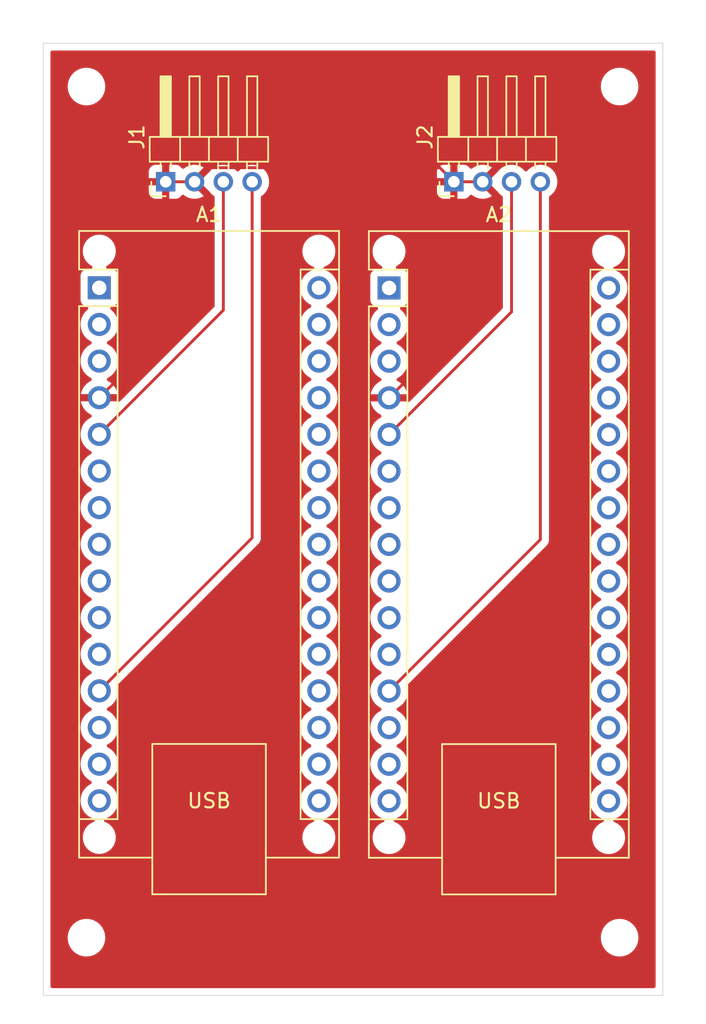
<source format=kicad_pcb>
(kicad_pcb (version 20241229) (generator "pcbnew") (generator_version "9.0")
  (title_block (date "2026-02-19"))
  (layers (0 "F.Cu" signal) (2 "B.Cu" signal) (13 "F.Paste" user) (15 "B.Paste" user) (5 "F.SilkS" user "F.Silkscreen") (7 "B.SilkS" user "B.Silkscreen") (1 "F.Mask" user) (3 "B.Mask" user) (25 "Edge.Cuts" user))
  (net 0 "")
  (net 3 "PUL+ 1")
  (net 6 "DIR+ 1")
  (net 23 "DIR- 1")
  (net 45 "PUL+ 2")
  (net 57 "DIR+ 2")
  (footprint "Module:Arduino_Nano_WithMountingHoles" (layer "F.Cu") (at 151.89 74.95)
    (property "Reference" "A1" (at 7.62 -5.08 0) (layer "F.SilkS"))
    (property "Value" "Arduino_Nano_v3.x")
    (fp_line (start -1.4 -3.94) (end -1.4 -1.27) (stroke (width 0.12)) (layer "F.SilkS"))
    (fp_line (start -1.4 1.27) (end -1.4 39.5) (stroke (width 0.12)) (layer "F.SilkS"))
    (fp_line (start -1.4 39.5) (end 3.68 39.5) (stroke (width 0.12)) (layer "F.SilkS"))
    (fp_line (start 1.27 -1.27) (end -1.4 -1.27) (stroke (width 0.12)) (layer "F.SilkS"))
    (fp_line (start 1.27 1.27) (end -1.4 1.27) (stroke (width 0.12)) (layer "F.SilkS"))
    (fp_line (start 1.27 1.27) (end 1.27 -1.27) (stroke (width 0.12)) (layer "F.SilkS"))
    (fp_line (start 1.27 1.27) (end 1.27 36.83) (stroke (width 0.12)) (layer "F.SilkS"))
    (fp_line (start 1.27 36.83) (end -1.4 36.83) (stroke (width 0.12)) (layer "F.SilkS"))
    (fp_line (start 3.68 31.62) (end 11.56 31.62) (stroke (width 0.12)) (layer "F.SilkS"))
    (fp_line (start 3.68 42.04) (end 3.68 31.62) (stroke (width 0.12)) (layer "F.SilkS"))
    (fp_line (start 11.56 31.62) (end 11.56 42.04) (stroke (width 0.12)) (layer "F.SilkS"))
    (fp_line (start 11.56 42.04) (end 3.68 42.04) (stroke (width 0.12)) (layer "F.SilkS"))
    (fp_line (start 13.97 -1.27) (end 13.97 36.83) (stroke (width 0.12)) (layer "F.SilkS"))
    (fp_line (start 13.97 -1.27) (end 16.64 -1.27) (stroke (width 0.12)) (layer "F.SilkS"))
    (fp_line (start 13.97 36.83) (end 16.64 36.83) (stroke (width 0.12)) (layer "F.SilkS"))
    (fp_line (start 16.64 -3.94) (end -1.4 -3.94) (stroke (width 0.12)) (layer "F.SilkS"))
    (fp_line (start 16.64 39.5) (end 11.56 39.5) (stroke (width 0.12)) (layer "F.SilkS"))
    (fp_line (start 16.64 39.5) (end 16.64 -3.94) (stroke (width 0.12)) (layer "F.SilkS"))
    (fp_text user "USB" (at 7.62 35.56 0) (layer "F.SilkS"))
    (pad "" np_thru_hole circle (at 0 -2.54) (size 1.78 1.78) (drill 1.78) (layers "*.Cu" "*.Mask"))
    (pad "" np_thru_hole circle (at 0 38.1) (size 1.78 1.78) (drill 1.78) (layers "*.Cu" "*.Mask"))
    (pad "" np_thru_hole circle (at 15.24 -2.54) (size 1.78 1.78) (drill 1.78) (layers "*.Cu" "*.Mask"))
    (pad "" np_thru_hole circle (at 15.24 38.1) (size 1.78 1.78) (drill 1.78) (layers "*.Cu" "*.Mask"))
    (pad "1" thru_hole rect (at 0 0) (size 1.6 1.6) (drill 1) (layers "*.Cu" "*.Mask"))
    (pad "2" thru_hole oval (at 0 2.54) (size 1.6 1.6) (drill 1) (layers "*.Cu" "*.Mask"))
    (pad "3" thru_hole oval (at 0 5.08) (size 1.6 1.6) (drill 1) (layers "*.Cu" "*.Mask"))
    (pad "4" thru_hole oval (at 0 7.62) (size 1.6 1.6) (drill 1) (layers "*.Cu" "*.Mask") (net 23 "DIR- 1"))
    (pad "5" thru_hole oval (at 0 10.16) (size 1.6 1.6) (drill 1) (layers "*.Cu" "*.Mask") (net 6 "DIR+ 1"))
    (pad "6" thru_hole oval (at 0 12.7) (size 1.6 1.6) (drill 1) (layers "*.Cu" "*.Mask"))
    (pad "7" thru_hole oval (at 0 15.24) (size 1.6 1.6) (drill 1) (layers "*.Cu" "*.Mask"))
    (pad "8" thru_hole oval (at 0 17.78) (size 1.6 1.6) (drill 1) (layers "*.Cu" "*.Mask"))
    (pad "9" thru_hole oval (at 0 20.32) (size 1.6 1.6) (drill 1) (layers "*.Cu" "*.Mask"))
    (pad "10" thru_hole oval (at 0 22.86) (size 1.6 1.6) (drill 1) (layers "*.Cu" "*.Mask"))
    (pad "11" thru_hole oval (at 0 25.4) (size 1.6 1.6) (drill 1) (layers "*.Cu" "*.Mask"))
    (pad "12" thru_hole oval (at 0 27.94) (size 1.6 1.6) (drill 1) (layers "*.Cu" "*.Mask") (net 3 "PUL+ 1"))
    (pad "13" thru_hole oval (at 0 30.48) (size 1.6 1.6) (drill 1) (layers "*.Cu" "*.Mask"))
    (pad "14" thru_hole oval (at 0 33.02) (size 1.6 1.6) (drill 1) (layers "*.Cu" "*.Mask"))
    (pad "15" thru_hole oval (at 0 35.56) (size 1.6 1.6) (drill 1) (layers "*.Cu" "*.Mask"))
    (pad "16" thru_hole oval (at 15.24 35.56) (size 1.6 1.6) (drill 1) (layers "*.Cu" "*.Mask"))
    (pad "17" thru_hole oval (at 15.24 33.02) (size 1.6 1.6) (drill 1) (layers "*.Cu" "*.Mask"))
    (pad "18" thru_hole oval (at 15.24 30.48) (size 1.6 1.6) (drill 1) (layers "*.Cu" "*.Mask"))
    (pad "19" thru_hole oval (at 15.24 27.94) (size 1.6 1.6) (drill 1) (layers "*.Cu" "*.Mask"))
    (pad "20" thru_hole oval (at 15.24 25.4) (size 1.6 1.6) (drill 1) (layers "*.Cu" "*.Mask"))
    (pad "21" thru_hole oval (at 15.24 22.86) (size 1.6 1.6) (drill 1) (layers "*.Cu" "*.Mask"))
    (pad "22" thru_hole oval (at 15.24 20.32) (size 1.6 1.6) (drill 1) (layers "*.Cu" "*.Mask"))
    (pad "23" thru_hole oval (at 15.24 17.78) (size 1.6 1.6) (drill 1) (layers "*.Cu" "*.Mask"))
    (pad "24" thru_hole oval (at 15.24 15.24) (size 1.6 1.6) (drill 1) (layers "*.Cu" "*.Mask"))
    (pad "25" thru_hole oval (at 15.24 12.7) (size 1.6 1.6) (drill 1) (layers "*.Cu" "*.Mask"))
    (pad "26" thru_hole oval (at 15.24 10.16) (size 1.6 1.6) (drill 1) (layers "*.Cu" "*.Mask"))
    (pad "27" thru_hole oval (at 15.24 7.62) (size 1.6 1.6) (drill 1) (layers "*.Cu" "*.Mask"))
    (pad "28" thru_hole oval (at 15.24 5.08) (size 1.6 1.6) (drill 1) (layers "*.Cu" "*.Mask"))
    (pad "29" thru_hole oval (at 15.24 2.54) (size 1.6 1.6) (drill 1) (layers "*.Cu" "*.Mask"))
    (pad "30" thru_hole oval (at 15.24 0) (size 1.6 1.6) (drill 1) (layers "*.Cu" "*.Mask"))
  )
  (footprint "MountingHole:MountingHole_2.1mm" (layer "F.Cu") (at 151 61)
    (property "Reference" "H2" (hide yes))
    (property "Value" "MountingHole")
    (pad "" np_thru_hole circle (at 0 0) (size 2.1 2.1) (drill 2.1) (layers "*.Cu" "*.Mask"))
  )
  (footprint "Connector_PinHeader_2.00mm:PinHeader_1x04_P2.00mm_Horizontal" (layer "F.Cu") (at 156.5 67.6 90)
    (property "Reference" "J1" (at 3.1 -2 90) (layer "F.SilkS"))
    (property "Value" "Conn_01x04_Pin")
    (fp_line (start -1 -1) (end 0 -1) (stroke (width 0.12)) (layer "F.SilkS"))
    (fp_line (start 0.985 -0.36) (end 1.39 -0.36) (stroke (width 0.12)) (layer "F.SilkS"))
    (fp_line (start -1 0) (end -1 -1) (stroke (width 0.12)) (layer "F.SilkS"))
    (fp_line (start 0.985 0.36) (end 1.39 0.36) (stroke (width 0.12)) (layer "F.SilkS"))
    (fp_line (start 1.39 1) (end 3.11 1) (stroke (width 0.12)) (layer "F.SilkS"))
    (fp_line (start 7.31 1.64) (end 7.31 2.36) (stroke (width 0.12)) (layer "F.SilkS"))
    (fp_line (start 3.11 1.64) (end 7.31 1.64) (stroke (width 0.12)) (layer "F.SilkS"))
    (fp_line (start 0.916856 1.64) (end 1.39 1.64) (stroke (width 0.12)) (layer "F.SilkS"))
    (fp_line (start 7.31 2.36) (end 3.11 2.36) (stroke (width 0.12)) (layer "F.SilkS"))
    (fp_line (start 0.916856 2.36) (end 1.39 2.36) (stroke (width 0.12)) (layer "F.SilkS"))
    (fp_line (start 1.39 3) (end 3.11 3) (stroke (width 0.12)) (layer "F.SilkS"))
    (fp_line (start 7.31 3.64) (end 7.31 4.36) (stroke (width 0.12)) (layer "F.SilkS"))
    (fp_line (start 3.11 3.64) (end 7.31 3.64) (stroke (width 0.12)) (layer "F.SilkS"))
    (fp_line (start 0.916856 3.64) (end 1.39 3.64) (stroke (width 0.12)) (layer "F.SilkS"))
    (fp_line (start 7.31 4.36) (end 3.11 4.36) (stroke (width 0.12)) (layer "F.SilkS"))
    (fp_line (start 0.916856 4.36) (end 1.39 4.36) (stroke (width 0.12)) (layer "F.SilkS"))
    (fp_line (start 1.39 5) (end 3.11 5) (stroke (width 0.12)) (layer "F.SilkS"))
    (fp_line (start 7.31 5.64) (end 7.31 6.36) (stroke (width 0.12)) (layer "F.SilkS"))
    (fp_line (start 3.11 5.64) (end 7.31 5.64) (stroke (width 0.12)) (layer "F.SilkS"))
    (fp_line (start 0.916856 5.64) (end 1.39 5.64) (stroke (width 0.12)) (layer "F.SilkS"))
    (fp_line (start 7.31 6.36) (end 3.11 6.36) (stroke (width 0.12)) (layer "F.SilkS"))
    (fp_line (start 0.916856 6.36) (end 1.39 6.36) (stroke (width 0.12)) (layer "F.SilkS"))
    (fp_rect (start 1.39 -1.11) (end 3.11 7.11) (stroke (width 0.12)) (fill no) (layer "F.SilkS"))
    (fp_rect (start 3.11 -0.36) (end 7.31 0.36) (stroke (width 0.12)) (fill yes) (layer "F.SilkS"))
    (pad "1" thru_hole rect (at 0 0 90) (size 1.35 1.35) (drill 0.8) (layers "*.Cu" "*.Mask") (net 23 "DIR- 1"))
    (pad "2" thru_hole circle (at 0 2 90) (size 1.35 1.35) (drill 0.8) (layers "*.Cu" "*.Mask") (net 23 "DIR- 1"))
    (pad "3" thru_hole circle (at 0 4 90) (size 1.35 1.35) (drill 0.8) (layers "*.Cu" "*.Mask") (net 6 "DIR+ 1"))
    (pad "4" thru_hole circle (at 0 6 90) (size 1.35 1.35) (drill 0.8) (layers "*.Cu" "*.Mask") (net 3 "PUL+ 1"))
  )
  (footprint "Connector_PinHeader_2.00mm:PinHeader_1x04_P2.00mm_Horizontal" (layer "F.Cu") (at 176.5 67.6 90)
    (property "Reference" "J2" (at 3.1 -2 90) (layer "F.SilkS"))
    (property "Value" "Conn_01x04_Pin")
    (fp_line (start -1 -1) (end 0 -1) (stroke (width 0.12)) (layer "F.SilkS"))
    (fp_line (start 0.985 -0.36) (end 1.39 -0.36) (stroke (width 0.12)) (layer "F.SilkS"))
    (fp_line (start -1 0) (end -1 -1) (stroke (width 0.12)) (layer "F.SilkS"))
    (fp_line (start 0.985 0.36) (end 1.39 0.36) (stroke (width 0.12)) (layer "F.SilkS"))
    (fp_line (start 1.39 1) (end 3.11 1) (stroke (width 0.12)) (layer "F.SilkS"))
    (fp_line (start 7.31 1.64) (end 7.31 2.36) (stroke (width 0.12)) (layer "F.SilkS"))
    (fp_line (start 3.11 1.64) (end 7.31 1.64) (stroke (width 0.12)) (layer "F.SilkS"))
    (fp_line (start 0.916856 1.64) (end 1.39 1.64) (stroke (width 0.12)) (layer "F.SilkS"))
    (fp_line (start 7.31 2.36) (end 3.11 2.36) (stroke (width 0.12)) (layer "F.SilkS"))
    (fp_line (start 0.916856 2.36) (end 1.39 2.36) (stroke (width 0.12)) (layer "F.SilkS"))
    (fp_line (start 1.39 3) (end 3.11 3) (stroke (width 0.12)) (layer "F.SilkS"))
    (fp_line (start 7.31 3.64) (end 7.31 4.36) (stroke (width 0.12)) (layer "F.SilkS"))
    (fp_line (start 3.11 3.64) (end 7.31 3.64) (stroke (width 0.12)) (layer "F.SilkS"))
    (fp_line (start 0.916856 3.64) (end 1.39 3.64) (stroke (width 0.12)) (layer "F.SilkS"))
    (fp_line (start 7.31 4.36) (end 3.11 4.36) (stroke (width 0.12)) (layer "F.SilkS"))
    (fp_line (start 0.916856 4.36) (end 1.39 4.36) (stroke (width 0.12)) (layer "F.SilkS"))
    (fp_line (start 1.39 5) (end 3.11 5) (stroke (width 0.12)) (layer "F.SilkS"))
    (fp_line (start 7.31 5.64) (end 7.31 6.36) (stroke (width 0.12)) (layer "F.SilkS"))
    (fp_line (start 3.11 5.64) (end 7.31 5.64) (stroke (width 0.12)) (layer "F.SilkS"))
    (fp_line (start 0.916856 5.64) (end 1.39 5.64) (stroke (width 0.12)) (layer "F.SilkS"))
    (fp_line (start 7.31 6.36) (end 3.11 6.36) (stroke (width 0.12)) (layer "F.SilkS"))
    (fp_line (start 0.916856 6.36) (end 1.39 6.36) (stroke (width 0.12)) (layer "F.SilkS"))
    (fp_rect (start 1.39 -1.11) (end 3.11 7.11) (stroke (width 0.12)) (fill no) (layer "F.SilkS"))
    (fp_rect (start 3.11 -0.36) (end 7.31 0.36) (stroke (width 0.12)) (fill yes) (layer "F.SilkS"))
    (pad "1" thru_hole rect (at 0 0 90) (size 1.35 1.35) (drill 0.8) (layers "*.Cu" "*.Mask") (net 23 "DIR- 1"))
    (pad "2" thru_hole circle (at 0 2 90) (size 1.35 1.35) (drill 0.8) (layers "*.Cu" "*.Mask") (net 23 "DIR- 1"))
    (pad "3" thru_hole circle (at 0 4 90) (size 1.35 1.35) (drill 0.8) (layers "*.Cu" "*.Mask") (net 57 "DIR+ 2"))
    (pad "4" thru_hole circle (at 0 6 90) (size 1.35 1.35) (drill 0.8) (layers "*.Cu" "*.Mask") (net 45 "PUL+ 2"))
  )
  (footprint "Module:Arduino_Nano_WithMountingHoles" (layer "F.Cu") (at 172 74.96)
    (property "Reference" "A2" (at 7.62 -5.08 0) (layer "F.SilkS"))
    (property "Value" "Arduino_Nano_v3.x")
    (fp_line (start -1.4 -3.94) (end -1.4 -1.27) (stroke (width 0.12)) (layer "F.SilkS"))
    (fp_line (start -1.4 1.27) (end -1.4 39.5) (stroke (width 0.12)) (layer "F.SilkS"))
    (fp_line (start -1.4 39.5) (end 3.68 39.5) (stroke (width 0.12)) (layer "F.SilkS"))
    (fp_line (start 1.27 -1.27) (end -1.4 -1.27) (stroke (width 0.12)) (layer "F.SilkS"))
    (fp_line (start 1.27 1.27) (end -1.4 1.27) (stroke (width 0.12)) (layer "F.SilkS"))
    (fp_line (start 1.27 1.27) (end 1.27 -1.27) (stroke (width 0.12)) (layer "F.SilkS"))
    (fp_line (start 1.27 1.27) (end 1.27 36.83) (stroke (width 0.12)) (layer "F.SilkS"))
    (fp_line (start 1.27 36.83) (end -1.4 36.83) (stroke (width 0.12)) (layer "F.SilkS"))
    (fp_line (start 3.68 31.62) (end 11.56 31.62) (stroke (width 0.12)) (layer "F.SilkS"))
    (fp_line (start 3.68 42.04) (end 3.68 31.62) (stroke (width 0.12)) (layer "F.SilkS"))
    (fp_line (start 11.56 31.62) (end 11.56 42.04) (stroke (width 0.12)) (layer "F.SilkS"))
    (fp_line (start 11.56 42.04) (end 3.68 42.04) (stroke (width 0.12)) (layer "F.SilkS"))
    (fp_line (start 13.97 -1.27) (end 13.97 36.83) (stroke (width 0.12)) (layer "F.SilkS"))
    (fp_line (start 13.97 -1.27) (end 16.64 -1.27) (stroke (width 0.12)) (layer "F.SilkS"))
    (fp_line (start 13.97 36.83) (end 16.64 36.83) (stroke (width 0.12)) (layer "F.SilkS"))
    (fp_line (start 16.64 -3.94) (end -1.4 -3.94) (stroke (width 0.12)) (layer "F.SilkS"))
    (fp_line (start 16.64 39.5) (end 11.56 39.5) (stroke (width 0.12)) (layer "F.SilkS"))
    (fp_line (start 16.64 39.5) (end 16.64 -3.94) (stroke (width 0.12)) (layer "F.SilkS"))
    (fp_text user "USB" (at 7.62 35.56 0) (layer "F.SilkS"))
    (pad "" np_thru_hole circle (at 0 -2.54) (size 1.78 1.78) (drill 1.78) (layers "*.Cu" "*.Mask"))
    (pad "" np_thru_hole circle (at 0 38.1) (size 1.78 1.78) (drill 1.78) (layers "*.Cu" "*.Mask"))
    (pad "" np_thru_hole circle (at 15.24 -2.54) (size 1.78 1.78) (drill 1.78) (layers "*.Cu" "*.Mask"))
    (pad "" np_thru_hole circle (at 15.24 38.1) (size 1.78 1.78) (drill 1.78) (layers "*.Cu" "*.Mask"))
    (pad "1" thru_hole rect (at 0 0) (size 1.6 1.6) (drill 1) (layers "*.Cu" "*.Mask"))
    (pad "2" thru_hole oval (at 0 2.54) (size 1.6 1.6) (drill 1) (layers "*.Cu" "*.Mask"))
    (pad "3" thru_hole oval (at 0 5.08) (size 1.6 1.6) (drill 1) (layers "*.Cu" "*.Mask"))
    (pad "4" thru_hole oval (at 0 7.62) (size 1.6 1.6) (drill 1) (layers "*.Cu" "*.Mask") (net 23 "DIR- 1"))
    (pad "5" thru_hole oval (at 0 10.16) (size 1.6 1.6) (drill 1) (layers "*.Cu" "*.Mask") (net 57 "DIR+ 2"))
    (pad "6" thru_hole oval (at 0 12.7) (size 1.6 1.6) (drill 1) (layers "*.Cu" "*.Mask"))
    (pad "7" thru_hole oval (at 0 15.24) (size 1.6 1.6) (drill 1) (layers "*.Cu" "*.Mask"))
    (pad "8" thru_hole oval (at 0 17.78) (size 1.6 1.6) (drill 1) (layers "*.Cu" "*.Mask"))
    (pad "9" thru_hole oval (at 0 20.32) (size 1.6 1.6) (drill 1) (layers "*.Cu" "*.Mask"))
    (pad "10" thru_hole oval (at 0 22.86) (size 1.6 1.6) (drill 1) (layers "*.Cu" "*.Mask"))
    (pad "11" thru_hole oval (at 0 25.4) (size 1.6 1.6) (drill 1) (layers "*.Cu" "*.Mask"))
    (pad "12" thru_hole oval (at 0 27.94) (size 1.6 1.6) (drill 1) (layers "*.Cu" "*.Mask") (net 45 "PUL+ 2"))
    (pad "13" thru_hole oval (at 0 30.48) (size 1.6 1.6) (drill 1) (layers "*.Cu" "*.Mask"))
    (pad "14" thru_hole oval (at 0 33.02) (size 1.6 1.6) (drill 1) (layers "*.Cu" "*.Mask"))
    (pad "15" thru_hole oval (at 0 35.56) (size 1.6 1.6) (drill 1) (layers "*.Cu" "*.Mask"))
    (pad "16" thru_hole oval (at 15.24 35.56) (size 1.6 1.6) (drill 1) (layers "*.Cu" "*.Mask"))
    (pad "17" thru_hole oval (at 15.24 33.02) (size 1.6 1.6) (drill 1) (layers "*.Cu" "*.Mask"))
    (pad "18" thru_hole oval (at 15.24 30.48) (size 1.6 1.6) (drill 1) (layers "*.Cu" "*.Mask"))
    (pad "19" thru_hole oval (at 15.24 27.94) (size 1.6 1.6) (drill 1) (layers "*.Cu" "*.Mask"))
    (pad "20" thru_hole oval (at 15.24 25.4) (size 1.6 1.6) (drill 1) (layers "*.Cu" "*.Mask"))
    (pad "21" thru_hole oval (at 15.24 22.86) (size 1.6 1.6) (drill 1) (layers "*.Cu" "*.Mask"))
    (pad "22" thru_hole oval (at 15.24 20.32) (size 1.6 1.6) (drill 1) (layers "*.Cu" "*.Mask"))
    (pad "23" thru_hole oval (at 15.24 17.78) (size 1.6 1.6) (drill 1) (layers "*.Cu" "*.Mask"))
    (pad "24" thru_hole oval (at 15.24 15.24) (size 1.6 1.6) (drill 1) (layers "*.Cu" "*.Mask"))
    (pad "25" thru_hole oval (at 15.24 12.7) (size 1.6 1.6) (drill 1) (layers "*.Cu" "*.Mask"))
    (pad "26" thru_hole oval (at 15.24 10.16) (size 1.6 1.6) (drill 1) (layers "*.Cu" "*.Mask"))
    (pad "27" thru_hole oval (at 15.24 7.62) (size 1.6 1.6) (drill 1) (layers "*.Cu" "*.Mask"))
    (pad "28" thru_hole oval (at 15.24 5.08) (size 1.6 1.6) (drill 1) (layers "*.Cu" "*.Mask"))
    (pad "29" thru_hole oval (at 15.24 2.54) (size 1.6 1.6) (drill 1) (layers "*.Cu" "*.Mask"))
    (pad "30" thru_hole oval (at 15.24 0) (size 1.6 1.6) (drill 1) (layers "*.Cu" "*.Mask"))
  )
  (footprint "MountingHole:MountingHole_2.1mm" (layer "F.Cu") (at 188 61)
    (property "Reference" "H1" (hide yes))
    (property "Value" "MountingHole")
    (pad "" np_thru_hole circle (at 0 0) (size 2.1 2.1) (drill 2.1) (layers "*.Cu" "*.Mask"))
  )
  (footprint "MountingHole:MountingHole_2.1mm" (layer "F.Cu") (at 151 120)
    (property "Reference" "H3" (hide yes))
    (property "Value" "MountingHole")
    (pad "" np_thru_hole circle (at 0 0) (size 2.1 2.1) (drill 2.1) (layers "*.Cu" "*.Mask"))
  )
  (footprint "MountingHole:MountingHole_2.1mm" (layer "F.Cu") (at 188 120)
    (property "Reference" "H4" (hide yes))
    (property "Value" "MountingHole")
    (pad "" np_thru_hole circle (at 0 0) (size 2.1 2.1) (drill 2.1) (layers "*.Cu" "*.Mask"))
  )
  (gr_rect (start 148 58) (end 191 124) (stroke (width 0.05)) (fill no) (layer "Edge.Cuts"))
  (segment (start 162.5 92.28) (end 151.89 102.89) (width 0.2) (layer "F.Cu") (net 3))
  (segment (start 162.5 67.6) (end 162.5 92.28) (width 0.2) (layer "F.Cu") (net 3))
  (segment (start 160.5 76.5) (end 160.5 67.6) (width 0.2) (layer "F.Cu") (net 6))
  (segment (start 160.5 76.5) (end 151.89 85.11) (width 0.2) (layer "F.Cu") (net 6))
  (segment (start 159.476 66.624) (end 158.5 67.6) (width 0.2) (layer "F.Cu") (net 23))
  (segment (start 156.5 77.96) (end 151.89 82.57) (width 0.2) (layer "F.Cu") (net 23))
  (segment (start 158.5 67.6) (end 156.5 67.6) (width 0.2) (layer "F.Cu") (net 23))
  (segment (start 178.5 67.6) (end 176.5 67.6) (width 0.2) (layer "F.Cu") (net 23))
  (segment (start 156.5 77.96) (end 156.5 67.6) (width 0.2) (layer "F.Cu") (net 23))
  (segment (start 176.5 67.6) (end 176.5 78.08) (width 0.2) (layer "F.Cu") (net 23))
  (segment (start 175.524 66.624) (end 159.476 66.624) (width 0.2) (layer "F.Cu") (net 23))
  (segment (start 176.5 78.08) (end 172 82.58) (width 0.2) (layer "F.Cu") (net 23))
  (segment (start 176.5 67.6) (end 175.524 66.624) (width 0.2) (layer "F.Cu") (net 23))
  (segment (start 182.5 92.4) (end 172 102.9) (width 0.2) (layer "F.Cu") (net 45))
  (segment (start 182.5 67.6) (end 182.5 92.4) (width 0.2) (layer "F.Cu") (net 45))
  (segment (start 180.5 76.62) (end 172 85.12) (width 0.2) (layer "F.Cu") (net 57))
  (segment (start 180.5 67.6) (end 180.5 76.62) (width 0.2) (layer "F.Cu") (net 57))
  (zone (net 23) (net_name "DIR- 1") (layer "F.Cu") (connect_pads (clearance 0.5)) (min_thickness 0.25) (fill yes (thermal_gap 0.5) (thermal_bridge_width 0.5))
    (polygon (pts (xy 145 55) (xy 146 125) (xy 194 126) (xy 193 55)))
  )
)
</source>
